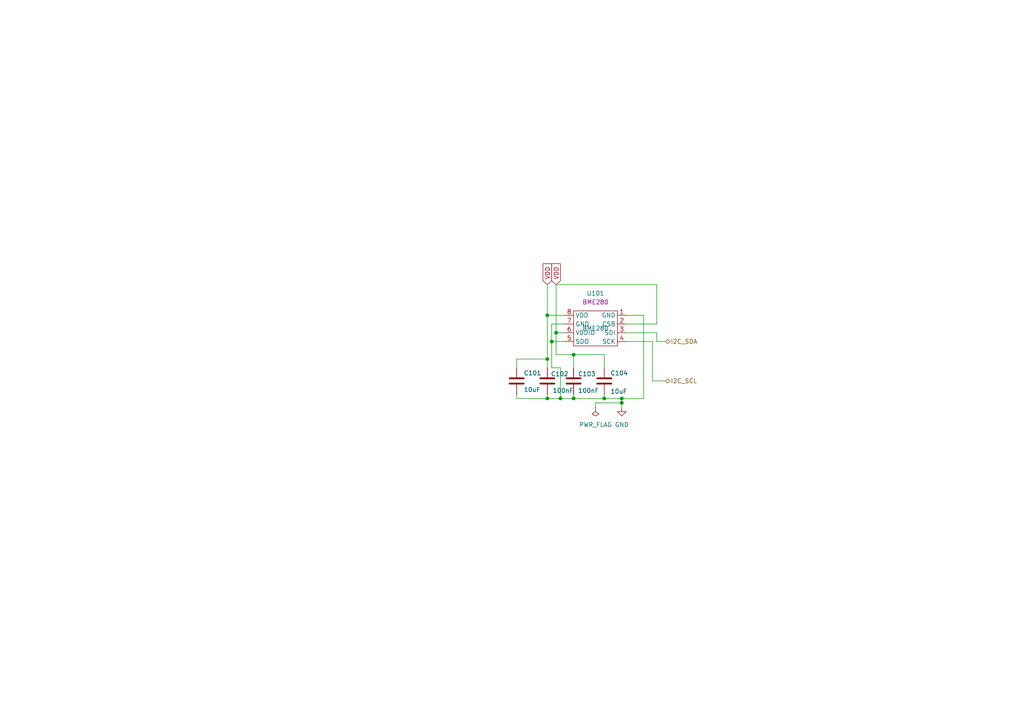
<source format=kicad_sch>
(kicad_sch (version 20231120) (generator "eeschema") (generator_version "8.0")
  (paper "A4")
  (lib_symbols
    (symbol "Device:C" (pin_numbers hide) (pin_names (offset 0.254))
      (property "Reference" "C" (at 0.635 2.54 0))
      (property "Value" "C" (at 0.635 -2.54 0))
      (symbol "C_0_1"
        (polyline (pts (xy -2.032 -0.762) (xy 2.032 -0.762)) (stroke (width 0.508)))
        (polyline (pts (xy -2.032 0.762) (xy 2.032 0.762)) (stroke (width 0.508)))
      )
      (symbol "C_1_1"
        (pin passive line (at 0 3.81 270) (length 2.794) (name "~") (number "1"))
        (pin passive line (at 0 -3.81 90) (length 2.794) (name "~") (number "2"))
      )
    )
    (symbol "WOBCLibrary:BME280"
      (property "Reference" "U" (at 0 10.16 0))
      (property "シンボル名" "BME280" (at 0 7.62 0))
      (symbol "BME280_0_1"
        (rectangle (start -6.35 5.08) (end 6.35 -5.08))
      )
      (symbol "BME280_1_1"
        (pin input line (at 8.89 3.81 180) (length 2.54) (name "GND") (number "1"))
        (pin input line (at 8.89 1.27 180) (length 2.54) (name "CSB") (number "2"))
        (pin input line (at 8.89 -1.27 180) (length 2.54) (name "SDI") (number "3"))
        (pin input line (at 8.89 -3.81 180) (length 2.54) (name "SCK") (number "4"))
        (pin input line (at -8.89 -3.81 0) (length 2.54) (name "SDO") (number "5"))
        (pin input line (at -8.89 -1.27 0) (length 2.54) (name "VDDIO") (number "6"))
        (pin input line (at -8.89 1.27 0) (length 2.54) (name "GND") (number "7"))
        (pin input line (at -8.89 3.81 0) (length 2.54) (name "VDD") (number "8"))
      )
    )
    (symbol "power:GND" (power) (pin_names (offset 0))
      (property "Value" "GND" (at 0 -3.81 0))
      (symbol "GND_0_1"
        (polyline (pts (xy 0 0) (xy 0 -1.27) (xy 1.27 -1.27) (xy 0 -2.54) (xy -1.27 -1.27) (xy 0 -1.27)))
      )
      (symbol "GND_1_1"
        (pin power_in line (at 0 0 270) (length 0) hide (name "GND") (number "1"))
      )
    )
    (symbol "power:PWR_FLAG" (power) (pin_numbers hide) (pin_names (offset 0) hide)
      (property "Value" "PWR_FLAG" (at 0 3.81 0))
      (symbol "PWR_FLAG_0_0"
        (pin power_out line (at 0 0 90) (length 0) (name "pwr") (number "1"))
      )
      (symbol "PWR_FLAG_0_1"
        (polyline (pts (xy 0 0) (xy 0 1.27) (xy -1.016 1.905) (xy 0 2.54) (xy 1.016 1.905) (xy 0 1.27)))
      )
    )
  )
  (junction (at 166.37 102.87))
  (junction (at 158.75 104.14))
  (junction (at 180.34 116.84))
  (junction (at 160.02 99.06))
  (junction (at 158.75 115.57))
  (junction (at 161.29 96.52))
  (junction (at 166.37 115.57))
  (junction (at 162.56 115.57))
  (junction (at 158.75 91.44))
  (junction (at 175.26 115.57))
  (junction (at 180.34 115.57))
  (wire (pts (xy 158.75 91.44) (xy 163.83 91.44)))
  (wire (pts (xy 160.02 106.68) (xy 162.56 106.68)))
  (wire (pts (xy 175.26 102.87) (xy 166.37 102.87)))
  (wire (pts (xy 172.72 116.84) (xy 172.72 118.11)))
  (wire (pts (xy 180.34 115.57) (xy 180.34 116.84)))
  (wire (pts (xy 190.5 93.98) (xy 181.61 93.98)))
  (wire (pts (xy 162.56 115.57) (xy 166.37 115.57)))
  (wire (pts (xy 190.5 82.55) (xy 190.5 93.98)))
  (wire (pts (xy 158.75 91.44) (xy 158.75 104.14)))
  (wire (pts (xy 158.75 104.14) (xy 158.75 106.68)))
  (wire (pts (xy 149.86 106.68) (xy 149.86 104.14)))
  (wire (pts (xy 166.37 115.57) (xy 175.26 115.57)))
  (wire (pts (xy 149.86 115.57) (xy 158.75 115.57)))
  (wire (pts (xy 180.34 116.84) (xy 180.34 118.11)))
  (wire (pts (xy 186.69 115.57) (xy 186.69 91.44)))
  (wire (pts (xy 181.61 99.06) (xy 189.23 99.06)))
  (wire (pts (xy 181.61 96.52) (xy 190.5 96.52)))
  (wire (pts (xy 190.5 96.52) (xy 190.5 99.06)))
  (wire (pts (xy 160.02 99.06) (xy 163.83 99.06)))
  (wire (pts (xy 161.29 82.55) (xy 190.5 82.55)))
  (wire (pts (xy 161.29 82.55) (xy 161.29 96.52)))
  (wire (pts (xy 189.23 110.49) (xy 193.04 110.49)))
  (wire (pts (xy 189.23 99.06) (xy 189.23 110.49)))
  (wire (pts (xy 161.29 96.52) (xy 163.83 96.52)))
  (wire (pts (xy 175.26 114.3) (xy 175.26 115.57)))
  (wire (pts (xy 166.37 102.87) (xy 166.37 106.68)))
  (wire (pts (xy 163.83 93.98) (xy 160.02 93.98)))
  (wire (pts (xy 190.5 99.06) (xy 193.04 99.06)))
  (wire (pts (xy 180.34 115.57) (xy 186.69 115.57)))
  (wire (pts (xy 160.02 99.06) (xy 160.02 106.68)))
  (wire (pts (xy 172.72 116.84) (xy 180.34 116.84)))
  (wire (pts (xy 161.29 96.52) (xy 161.29 102.87)))
  (wire (pts (xy 161.29 102.87) (xy 166.37 102.87)))
  (wire (pts (xy 175.26 106.68) (xy 175.26 102.87)))
  (wire (pts (xy 186.69 91.44) (xy 181.61 91.44)))
  (wire (pts (xy 175.26 115.57) (xy 180.34 115.57)))
  (wire (pts (xy 158.75 115.57) (xy 162.56 115.57)))
  (wire (pts (xy 160.02 93.98) (xy 160.02 99.06)))
  (wire (pts (xy 149.86 114.3) (xy 149.86 115.57)))
  (wire (pts (xy 162.56 106.68) (xy 162.56 115.57)))
  (wire (pts (xy 149.86 104.14) (xy 158.75 104.14)))
  (wire (pts (xy 158.75 114.3) (xy 158.75 115.57)))
  (wire (pts (xy 166.37 114.3) (xy 166.37 115.57)))
  (wire (pts (xy 158.75 82.55) (xy 158.75 91.44)))
  (global_label "VDD" (shape input) (at 158.75 82.55 90) (property "Intersheetrefs" "${INTERSHEET_REFS}" (effects (hide yes))))
  (global_label "VDD" (shape input) (at 161.29 82.55 90) (property "Intersheetrefs" "${INTERSHEET_REFS}" (effects (hide yes))))
  (hierarchical_label "I2C_SCL" (shape bidirectional) (at 193.04 110.49 0))
  (hierarchical_label "I2C_SDA" (shape bidirectional) (at 193.04 99.06 0))
  (symbol (lib_id "Device:C") (at 158.75 110.49 0) (unit 1)
    (property "Reference" "C102" (at 159.766 108.458 0) (effects (justify left)))
    (property "Value" "100nF" (at 160.274 113.284 0) (effects (justify left)))
    (property "Footprint" "Capacitor_SMD:C_0402_1005Metric" (effects (hide yes)))
    (property "LCSC" "C1525" (effects (hide yes)))
  )
  (symbol (lib_id "Device:C") (at 149.86 110.49 0) (unit 1)
    (property "Reference" "C101" (at 151.892 108.204 0) (effects (justify left)))
    (property "Value" "10uF" (at 151.892 113.03 0) (effects (justify left)))
    (property "Footprint" "Capacitor_SMD:C_0603_1608Metric" (effects (hide yes)))
    (property "LCSC" "C96446" (effects (hide yes)))
  )
  (symbol (lib_id "Device:C") (at 166.37 110.49 0) (unit 1)
    (property "Reference" "C103" (at 167.64 108.458 0) (effects (justify left)))
    (property "Value" "100nF" (at 167.64 113.284 0) (effects (justify left)))
    (property "Footprint" "Capacitor_SMD:C_0402_1005Metric" (effects (hide yes)))
    (property "LCSC" "C1525" (effects (hide yes)))
  )
  (symbol (lib_id "WOBCLibrary:BME280") (at 172.72 95.25 0) (unit 1)
    (property "Reference" "U101" (at 172.72 85.09 0))
    (property "Value" "BME280" (at 172.72 95.25 0))
    (property "Footprint" "WOBCLibrary:BME280" (effects (hide yes)))
    (property "シンボル名" "BME280" (at 172.72 87.63 0))
    (property "LCSC" "C92489" (effects (hide yes)))
  )
  (symbol (lib_id "power:GND") (at 180.34 118.11 0) (unit 1)
    (property "Reference" "#PWR0101" (effects (hide yes)))
    (property "Value" "GND" (at 180.34 123.19 0))
  )
  (symbol (lib_id "power:PWR_FLAG") (at 172.72 118.11 180) (unit 1)
    (property "Reference" "#FLG0101" (effects (hide yes)))
    (property "Value" "PWR_FLAG" (at 172.72 123.19 0))
  )
  (symbol (lib_id "Device:C") (at 175.26 110.49 0) (unit 1)
    (property "Reference" "C104" (at 177.038 108.204 0) (effects (justify left)))
    (property "Value" "10uF" (at 177.038 113.538 0) (effects (justify left)))
    (property "Footprint" "Capacitor_SMD:C_0603_1608Metric" (effects (hide yes)))
    (property "LCSC" "C96446" (effects (hide yes)))
  )
)
</source>
